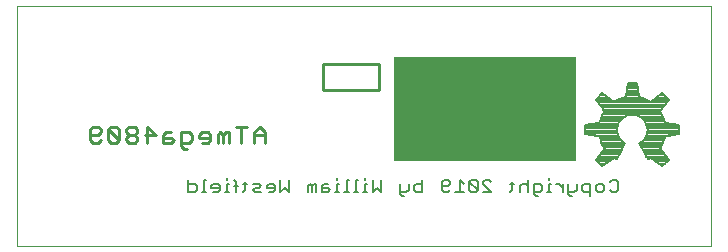
<source format=gbo>
G75*
%MOIN*%
%OFA0B0*%
%FSLAX25Y25*%
%IPPOS*%
%LPD*%
%AMOC8*
5,1,8,0,0,1.08239X$1,22.5*
%
%ADD10C,0.00000*%
%ADD11C,0.01000*%
%ADD12C,0.00800*%
%ADD13C,0.01100*%
%ADD14C,0.00787*%
%ADD15R,0.60625X0.35000*%
D10*
X0053406Y0025000D02*
X0053406Y0105000D01*
X0284656Y0105000D01*
X0284656Y0025000D01*
X0053406Y0025000D01*
D11*
X0155196Y0076964D02*
X0155196Y0085536D01*
X0174116Y0085536D01*
X0174116Y0076964D01*
X0155196Y0076964D01*
D12*
X0160085Y0047804D02*
X0160085Y0047104D01*
X0160085Y0045702D02*
X0160085Y0042900D01*
X0159385Y0042900D02*
X0160786Y0042900D01*
X0162454Y0042900D02*
X0163855Y0042900D01*
X0163154Y0042900D02*
X0163154Y0047104D01*
X0163855Y0047104D01*
X0166224Y0047104D02*
X0166224Y0042900D01*
X0166924Y0042900D02*
X0165523Y0042900D01*
X0168592Y0042900D02*
X0169994Y0042900D01*
X0169293Y0042900D02*
X0169293Y0045702D01*
X0169994Y0045702D01*
X0169293Y0047104D02*
X0169293Y0047804D01*
X0166924Y0047104D02*
X0166224Y0047104D01*
X0171795Y0047104D02*
X0171795Y0042900D01*
X0173196Y0044301D01*
X0174597Y0042900D01*
X0174597Y0047104D01*
X0181003Y0045702D02*
X0181003Y0042199D01*
X0181704Y0041499D01*
X0182404Y0041499D01*
X0183105Y0042900D02*
X0181003Y0042900D01*
X0183105Y0042900D02*
X0183805Y0043601D01*
X0183805Y0045702D01*
X0185607Y0045002D02*
X0186307Y0045702D01*
X0188409Y0045702D01*
X0188409Y0047104D02*
X0188409Y0042900D01*
X0186307Y0042900D01*
X0185607Y0043601D01*
X0185607Y0045002D01*
X0194815Y0045002D02*
X0196916Y0045002D01*
X0197617Y0045702D01*
X0197617Y0046403D01*
X0196916Y0047104D01*
X0195515Y0047104D01*
X0194815Y0046403D01*
X0194815Y0043601D01*
X0195515Y0042900D01*
X0196916Y0042900D01*
X0197617Y0043601D01*
X0199419Y0042900D02*
X0202221Y0042900D01*
X0200820Y0042900D02*
X0200820Y0047104D01*
X0202221Y0045702D01*
X0204023Y0046403D02*
X0206825Y0043601D01*
X0206124Y0042900D01*
X0204723Y0042900D01*
X0204023Y0043601D01*
X0204023Y0046403D01*
X0204723Y0047104D01*
X0206124Y0047104D01*
X0206825Y0046403D01*
X0206825Y0043601D01*
X0208626Y0042900D02*
X0211429Y0042900D01*
X0208626Y0045702D01*
X0208626Y0046403D01*
X0209327Y0047104D01*
X0210728Y0047104D01*
X0211429Y0046403D01*
X0217701Y0045702D02*
X0219102Y0045702D01*
X0218401Y0046403D02*
X0218401Y0043601D01*
X0217701Y0042900D01*
X0220904Y0042900D02*
X0220904Y0045002D01*
X0221604Y0045702D01*
X0223005Y0045702D01*
X0223706Y0045002D01*
X0225508Y0045702D02*
X0227609Y0045702D01*
X0228310Y0045002D01*
X0228310Y0043601D01*
X0227609Y0042900D01*
X0225508Y0042900D01*
X0225508Y0042199D02*
X0225508Y0045702D01*
X0223706Y0047104D02*
X0223706Y0042900D01*
X0225508Y0042199D02*
X0226208Y0041499D01*
X0226909Y0041499D01*
X0229978Y0042900D02*
X0231379Y0042900D01*
X0230679Y0042900D02*
X0230679Y0045702D01*
X0231379Y0045702D01*
X0230679Y0047104D02*
X0230679Y0047804D01*
X0233114Y0045702D02*
X0233815Y0045702D01*
X0235216Y0044301D01*
X0235216Y0042900D02*
X0235216Y0045702D01*
X0237017Y0045702D02*
X0237017Y0042199D01*
X0237718Y0041499D01*
X0238419Y0041499D01*
X0239119Y0042900D02*
X0237017Y0042900D01*
X0239119Y0042900D02*
X0239820Y0043601D01*
X0239820Y0045702D01*
X0241621Y0045002D02*
X0241621Y0043601D01*
X0242322Y0042900D01*
X0244424Y0042900D01*
X0246225Y0043601D02*
X0246225Y0045002D01*
X0246926Y0045702D01*
X0248327Y0045702D01*
X0249028Y0045002D01*
X0249028Y0043601D01*
X0248327Y0042900D01*
X0246926Y0042900D01*
X0246225Y0043601D01*
X0244424Y0045702D02*
X0242322Y0045702D01*
X0241621Y0045002D01*
X0244424Y0045702D02*
X0244424Y0041499D01*
X0250829Y0043601D02*
X0251530Y0042900D01*
X0252931Y0042900D01*
X0253631Y0043601D01*
X0253631Y0046403D01*
X0252931Y0047104D01*
X0251530Y0047104D01*
X0250829Y0046403D01*
X0160786Y0045702D02*
X0160085Y0045702D01*
X0157016Y0045702D02*
X0155615Y0045702D01*
X0154914Y0045002D01*
X0154914Y0042900D01*
X0157016Y0042900D01*
X0157716Y0043601D01*
X0157016Y0044301D01*
X0154914Y0044301D01*
X0153113Y0042900D02*
X0153113Y0045702D01*
X0152412Y0045702D01*
X0151711Y0045002D01*
X0151011Y0045702D01*
X0150310Y0045002D01*
X0150310Y0042900D01*
X0151711Y0042900D02*
X0151711Y0045002D01*
X0143905Y0047104D02*
X0143905Y0042900D01*
X0142503Y0044301D01*
X0141102Y0042900D01*
X0141102Y0047104D01*
X0139301Y0045002D02*
X0138600Y0045702D01*
X0137199Y0045702D01*
X0136498Y0045002D01*
X0136498Y0044301D01*
X0139301Y0044301D01*
X0139301Y0043601D02*
X0139301Y0045002D01*
X0134697Y0045002D02*
X0133996Y0044301D01*
X0132595Y0044301D01*
X0131894Y0043601D01*
X0132595Y0042900D01*
X0134697Y0042900D01*
X0137199Y0042900D02*
X0138600Y0042900D01*
X0139301Y0043601D01*
X0134697Y0045002D02*
X0133996Y0045702D01*
X0131894Y0045702D01*
X0130093Y0045702D02*
X0128692Y0045702D01*
X0129392Y0046403D02*
X0129392Y0043601D01*
X0128692Y0042900D01*
X0126323Y0042900D02*
X0126323Y0046403D01*
X0125622Y0047104D01*
X0125622Y0045002D02*
X0127024Y0045002D01*
X0123954Y0045702D02*
X0123254Y0045702D01*
X0123254Y0042900D01*
X0123954Y0042900D02*
X0122553Y0042900D01*
X0120885Y0043601D02*
X0120885Y0045002D01*
X0120184Y0045702D01*
X0118783Y0045702D01*
X0118083Y0045002D01*
X0118083Y0044301D01*
X0120885Y0044301D01*
X0120885Y0043601D02*
X0120184Y0042900D01*
X0118783Y0042900D01*
X0116281Y0042900D02*
X0114880Y0042900D01*
X0115581Y0042900D02*
X0115581Y0047104D01*
X0116281Y0047104D01*
X0113212Y0045002D02*
X0112511Y0045702D01*
X0110409Y0045702D01*
X0110409Y0047104D02*
X0110409Y0042900D01*
X0112511Y0042900D01*
X0113212Y0043601D01*
X0113212Y0045002D01*
X0123254Y0047104D02*
X0123254Y0047804D01*
D13*
X0109838Y0057465D02*
X0108920Y0057465D01*
X0108003Y0058383D01*
X0108003Y0062970D01*
X0110755Y0062970D01*
X0111673Y0062052D01*
X0111673Y0060217D01*
X0110755Y0059300D01*
X0108003Y0059300D01*
X0105596Y0060217D02*
X0104678Y0061135D01*
X0101926Y0061135D01*
X0101926Y0062052D02*
X0101926Y0059300D01*
X0104678Y0059300D01*
X0105596Y0060217D01*
X0102843Y0062970D02*
X0101926Y0062052D01*
X0102843Y0062970D02*
X0104678Y0062970D01*
X0099518Y0062052D02*
X0095849Y0062052D01*
X0093441Y0061135D02*
X0092524Y0062052D01*
X0090689Y0062052D01*
X0089771Y0061135D01*
X0089771Y0060217D01*
X0090689Y0059300D01*
X0092524Y0059300D01*
X0093441Y0060217D01*
X0093441Y0061135D01*
X0092524Y0062052D02*
X0093441Y0062970D01*
X0093441Y0063887D01*
X0092524Y0064805D01*
X0090689Y0064805D01*
X0089771Y0063887D01*
X0089771Y0062970D01*
X0090689Y0062052D01*
X0087364Y0060217D02*
X0087364Y0063887D01*
X0086447Y0064805D01*
X0084612Y0064805D01*
X0083694Y0063887D01*
X0087364Y0060217D01*
X0086447Y0059300D01*
X0084612Y0059300D01*
X0083694Y0060217D01*
X0083694Y0063887D01*
X0081287Y0063887D02*
X0080369Y0064805D01*
X0078534Y0064805D01*
X0077617Y0063887D01*
X0077617Y0060217D01*
X0078534Y0059300D01*
X0080369Y0059300D01*
X0081287Y0060217D01*
X0080369Y0062052D02*
X0077617Y0062052D01*
X0080369Y0062052D02*
X0081287Y0062970D01*
X0081287Y0063887D01*
X0096766Y0064805D02*
X0096766Y0059300D01*
X0099518Y0062052D02*
X0096766Y0064805D01*
X0114080Y0062052D02*
X0114080Y0061135D01*
X0117750Y0061135D01*
X0117750Y0062052D02*
X0117750Y0060217D01*
X0116832Y0059300D01*
X0114998Y0059300D01*
X0120157Y0059300D02*
X0120157Y0062052D01*
X0121075Y0062970D01*
X0121992Y0062052D01*
X0121992Y0059300D01*
X0123827Y0059300D02*
X0123827Y0062970D01*
X0122910Y0062970D01*
X0121992Y0062052D01*
X0117750Y0062052D02*
X0116832Y0062970D01*
X0114998Y0062970D01*
X0114080Y0062052D01*
X0126235Y0064805D02*
X0129904Y0064805D01*
X0128069Y0064805D02*
X0128069Y0059300D01*
X0132312Y0059300D02*
X0132312Y0062970D01*
X0134147Y0064805D01*
X0135981Y0062970D01*
X0135981Y0059300D01*
X0135981Y0062052D02*
X0132312Y0062052D01*
D14*
X0242731Y0062241D02*
X0247436Y0061618D01*
X0247818Y0060173D01*
X0248390Y0058792D01*
X0249141Y0057500D01*
X0246255Y0053733D01*
X0248390Y0051598D01*
X0252157Y0054485D01*
X0253246Y0053837D01*
X0256061Y0059244D01*
X0255285Y0059742D01*
X0254612Y0060373D01*
X0254064Y0061115D01*
X0253659Y0061943D01*
X0253410Y0062832D01*
X0253326Y0063750D01*
X0253412Y0064680D01*
X0253667Y0065578D01*
X0254081Y0066414D01*
X0254642Y0067161D01*
X0255329Y0067792D01*
X0256121Y0068287D01*
X0256990Y0068628D01*
X0257906Y0068805D01*
X0258840Y0068812D01*
X0259758Y0068647D01*
X0260632Y0068317D01*
X0261430Y0067832D01*
X0262126Y0067210D01*
X0262696Y0066471D01*
X0263122Y0065640D01*
X0263388Y0064746D01*
X0263486Y0063817D01*
X0263413Y0062887D01*
X0263170Y0061985D01*
X0262767Y0061144D01*
X0262216Y0060390D01*
X0261537Y0059749D01*
X0260752Y0059244D01*
X0263567Y0053837D01*
X0264656Y0054485D01*
X0268423Y0051598D01*
X0270558Y0053733D01*
X0267672Y0057500D01*
X0268423Y0058792D01*
X0268995Y0060173D01*
X0269377Y0061618D01*
X0274082Y0062241D01*
X0274082Y0065259D01*
X0269377Y0065882D01*
X0268995Y0067327D01*
X0268423Y0068708D01*
X0267672Y0070000D01*
X0270558Y0073767D01*
X0268423Y0075902D01*
X0264656Y0073015D01*
X0263364Y0073766D01*
X0261984Y0074338D01*
X0260539Y0074721D01*
X0259916Y0079426D01*
X0256897Y0079426D01*
X0256274Y0074721D01*
X0254829Y0074338D01*
X0253449Y0073766D01*
X0252157Y0073015D01*
X0248390Y0075902D01*
X0246255Y0073767D01*
X0249141Y0070000D01*
X0248390Y0068708D01*
X0247818Y0067327D01*
X0247436Y0065882D01*
X0242731Y0065259D01*
X0242731Y0062241D01*
X0242731Y0062616D02*
X0253470Y0062616D01*
X0253358Y0063402D02*
X0242731Y0063402D01*
X0242731Y0064188D02*
X0253367Y0064188D01*
X0253496Y0064974D02*
X0242731Y0064974D01*
X0246511Y0065760D02*
X0253757Y0065760D01*
X0254180Y0066546D02*
X0247612Y0066546D01*
X0247820Y0067332D02*
X0254828Y0067332D01*
X0255850Y0068118D02*
X0248146Y0068118D01*
X0248504Y0068904D02*
X0268309Y0068904D01*
X0268667Y0068118D02*
X0260960Y0068118D01*
X0261990Y0067332D02*
X0268993Y0067332D01*
X0269202Y0066546D02*
X0262639Y0066546D01*
X0263060Y0065760D02*
X0270302Y0065760D01*
X0274082Y0064974D02*
X0263320Y0064974D01*
X0263447Y0064188D02*
X0274082Y0064188D01*
X0274082Y0063402D02*
X0263453Y0063402D01*
X0263340Y0062616D02*
X0274082Y0062616D01*
X0270985Y0061830D02*
X0263096Y0061830D01*
X0262695Y0061044D02*
X0269225Y0061044D01*
X0269017Y0060259D02*
X0262077Y0060259D01*
X0261107Y0059473D02*
X0268705Y0059473D01*
X0268361Y0058687D02*
X0261042Y0058687D01*
X0261451Y0057901D02*
X0267905Y0057901D01*
X0267967Y0057115D02*
X0261860Y0057115D01*
X0262270Y0056329D02*
X0268569Y0056329D01*
X0269171Y0055543D02*
X0262679Y0055543D01*
X0263088Y0054757D02*
X0269773Y0054757D01*
X0270376Y0053971D02*
X0265326Y0053971D01*
X0266352Y0053185D02*
X0270010Y0053185D01*
X0269224Y0052399D02*
X0267378Y0052399D01*
X0268404Y0051614D02*
X0268439Y0051614D01*
X0263793Y0053971D02*
X0263497Y0053971D01*
X0255362Y0057901D02*
X0248908Y0057901D01*
X0248846Y0057115D02*
X0254952Y0057115D01*
X0254543Y0056329D02*
X0248244Y0056329D01*
X0247642Y0055543D02*
X0254134Y0055543D01*
X0253725Y0054757D02*
X0247040Y0054757D01*
X0246437Y0053971D02*
X0251487Y0053971D01*
X0250461Y0053185D02*
X0246803Y0053185D01*
X0247589Y0052399D02*
X0249435Y0052399D01*
X0248409Y0051614D02*
X0248374Y0051614D01*
X0253020Y0053971D02*
X0253316Y0053971D01*
X0255771Y0058687D02*
X0248452Y0058687D01*
X0248108Y0059473D02*
X0255705Y0059473D01*
X0254734Y0060259D02*
X0247796Y0060259D01*
X0247588Y0061044D02*
X0254115Y0061044D01*
X0253714Y0061830D02*
X0245828Y0061830D01*
X0248961Y0069690D02*
X0267852Y0069690D01*
X0268036Y0070475D02*
X0248777Y0070475D01*
X0248174Y0071261D02*
X0268638Y0071261D01*
X0269241Y0072047D02*
X0247572Y0072047D01*
X0246970Y0072833D02*
X0269843Y0072833D01*
X0270445Y0073619D02*
X0265444Y0073619D01*
X0266470Y0074405D02*
X0269920Y0074405D01*
X0269134Y0075191D02*
X0267496Y0075191D01*
X0263617Y0073619D02*
X0253196Y0073619D01*
X0251369Y0073619D02*
X0246368Y0073619D01*
X0246893Y0074405D02*
X0250343Y0074405D01*
X0249317Y0075191D02*
X0247679Y0075191D01*
X0255082Y0074405D02*
X0261731Y0074405D01*
X0260477Y0075191D02*
X0256336Y0075191D01*
X0256440Y0075977D02*
X0260373Y0075977D01*
X0260269Y0076763D02*
X0256544Y0076763D01*
X0256649Y0077549D02*
X0260164Y0077549D01*
X0260060Y0078335D02*
X0256753Y0078335D01*
X0256857Y0079120D02*
X0259956Y0079120D01*
D15*
X0209344Y0070625D03*
M02*

</source>
